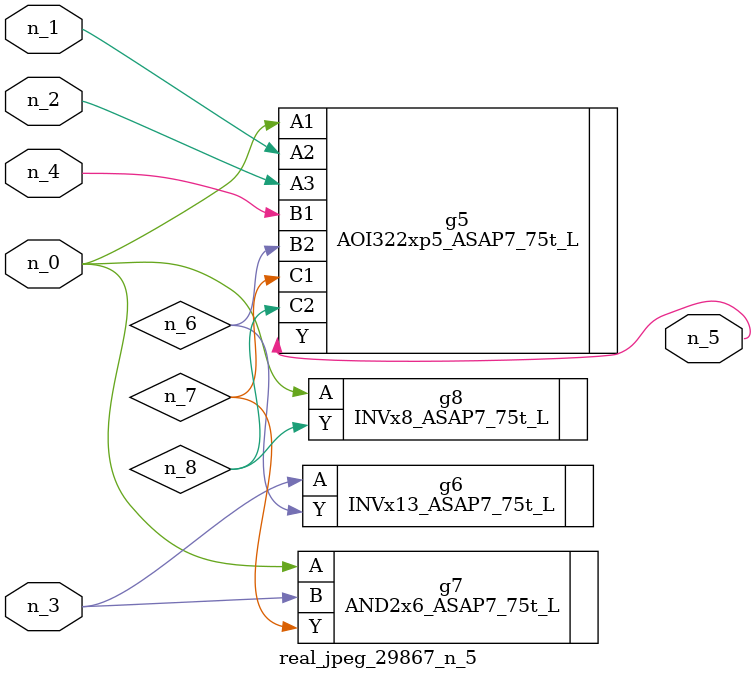
<source format=v>
module real_jpeg_29867_n_5 (n_4, n_0, n_1, n_2, n_3, n_5);

input n_4;
input n_0;
input n_1;
input n_2;
input n_3;

output n_5;

wire n_8;
wire n_6;
wire n_7;

AOI322xp5_ASAP7_75t_L g5 ( 
.A1(n_0),
.A2(n_1),
.A3(n_2),
.B1(n_4),
.B2(n_6),
.C1(n_7),
.C2(n_8),
.Y(n_5)
);

AND2x6_ASAP7_75t_L g7 ( 
.A(n_0),
.B(n_3),
.Y(n_7)
);

INVx8_ASAP7_75t_L g8 ( 
.A(n_0),
.Y(n_8)
);

INVx13_ASAP7_75t_L g6 ( 
.A(n_3),
.Y(n_6)
);


endmodule
</source>
